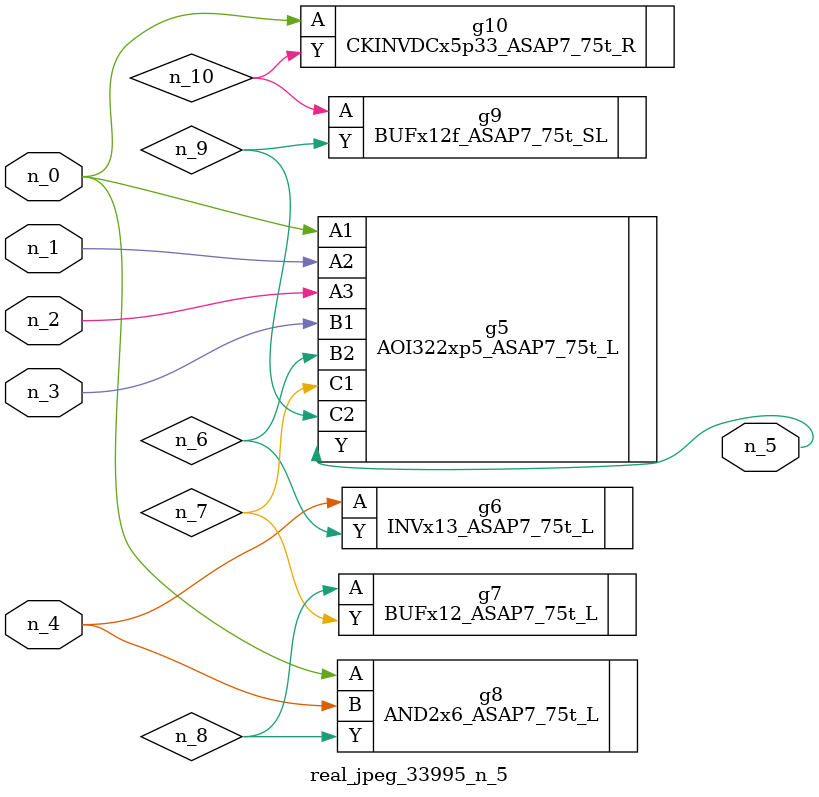
<source format=v>
module real_jpeg_33995_n_5 (n_4, n_0, n_1, n_2, n_3, n_5);

input n_4;
input n_0;
input n_1;
input n_2;
input n_3;

output n_5;

wire n_8;
wire n_6;
wire n_7;
wire n_10;
wire n_9;

AOI322xp5_ASAP7_75t_L g5 ( 
.A1(n_0),
.A2(n_1),
.A3(n_2),
.B1(n_3),
.B2(n_6),
.C1(n_7),
.C2(n_9),
.Y(n_5)
);

AND2x6_ASAP7_75t_L g8 ( 
.A(n_0),
.B(n_4),
.Y(n_8)
);

CKINVDCx5p33_ASAP7_75t_R g10 ( 
.A(n_0),
.Y(n_10)
);

INVx13_ASAP7_75t_L g6 ( 
.A(n_4),
.Y(n_6)
);

BUFx12_ASAP7_75t_L g7 ( 
.A(n_8),
.Y(n_7)
);

BUFx12f_ASAP7_75t_SL g9 ( 
.A(n_10),
.Y(n_9)
);


endmodule
</source>
